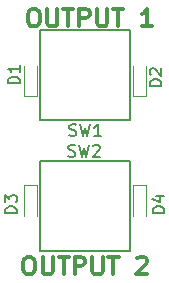
<source format=gbr>
G04 #@! TF.GenerationSoftware,KiCad,Pcbnew,(5.1.4-0-10_14)*
G04 #@! TF.CreationDate,2019-11-01T09:08:41+01:00*
G04 #@! TF.ProjectId,MasterModePushbutton,4d617374-6572-44d6-9f64-655075736862,rev?*
G04 #@! TF.SameCoordinates,Original*
G04 #@! TF.FileFunction,Legend,Top*
G04 #@! TF.FilePolarity,Positive*
%FSLAX46Y46*%
G04 Gerber Fmt 4.6, Leading zero omitted, Abs format (unit mm)*
G04 Created by KiCad (PCBNEW (5.1.4-0-10_14)) date 2019-11-01 09:08:41*
%MOMM*%
%LPD*%
G04 APERTURE LIST*
%ADD10C,0.300000*%
%ADD11C,0.120000*%
%ADD12C,0.150000*%
G04 APERTURE END LIST*
D10*
X130353622Y-104676051D02*
X130639337Y-104676051D01*
X130782194Y-104747480D01*
X130925051Y-104890337D01*
X130996480Y-105176051D01*
X130996480Y-105676051D01*
X130925051Y-105961765D01*
X130782194Y-106104622D01*
X130639337Y-106176051D01*
X130353622Y-106176051D01*
X130210765Y-106104622D01*
X130067908Y-105961765D01*
X129996480Y-105676051D01*
X129996480Y-105176051D01*
X130067908Y-104890337D01*
X130210765Y-104747480D01*
X130353622Y-104676051D01*
X131639337Y-104676051D02*
X131639337Y-105890337D01*
X131710765Y-106033194D01*
X131782194Y-106104622D01*
X131925051Y-106176051D01*
X132210765Y-106176051D01*
X132353622Y-106104622D01*
X132425051Y-106033194D01*
X132496480Y-105890337D01*
X132496480Y-104676051D01*
X132996480Y-104676051D02*
X133853622Y-104676051D01*
X133425051Y-106176051D02*
X133425051Y-104676051D01*
X134353622Y-106176051D02*
X134353622Y-104676051D01*
X134925051Y-104676051D01*
X135067908Y-104747480D01*
X135139337Y-104818908D01*
X135210765Y-104961765D01*
X135210765Y-105176051D01*
X135139337Y-105318908D01*
X135067908Y-105390337D01*
X134925051Y-105461765D01*
X134353622Y-105461765D01*
X135853622Y-104676051D02*
X135853622Y-105890337D01*
X135925051Y-106033194D01*
X135996480Y-106104622D01*
X136139337Y-106176051D01*
X136425051Y-106176051D01*
X136567908Y-106104622D01*
X136639337Y-106033194D01*
X136710765Y-105890337D01*
X136710765Y-104676051D01*
X137210765Y-104676051D02*
X138067908Y-104676051D01*
X137639337Y-106176051D02*
X137639337Y-104676051D01*
X139639337Y-104818908D02*
X139710765Y-104747480D01*
X139853622Y-104676051D01*
X140210765Y-104676051D01*
X140353622Y-104747480D01*
X140425051Y-104818908D01*
X140496480Y-104961765D01*
X140496480Y-105104622D01*
X140425051Y-105318908D01*
X139567908Y-106176051D01*
X140496480Y-106176051D01*
X130753622Y-83676051D02*
X131039337Y-83676051D01*
X131182194Y-83747480D01*
X131325051Y-83890337D01*
X131396480Y-84176051D01*
X131396480Y-84676051D01*
X131325051Y-84961765D01*
X131182194Y-85104622D01*
X131039337Y-85176051D01*
X130753622Y-85176051D01*
X130610765Y-85104622D01*
X130467908Y-84961765D01*
X130396480Y-84676051D01*
X130396480Y-84176051D01*
X130467908Y-83890337D01*
X130610765Y-83747480D01*
X130753622Y-83676051D01*
X132039337Y-83676051D02*
X132039337Y-84890337D01*
X132110765Y-85033194D01*
X132182194Y-85104622D01*
X132325051Y-85176051D01*
X132610765Y-85176051D01*
X132753622Y-85104622D01*
X132825051Y-85033194D01*
X132896480Y-84890337D01*
X132896480Y-83676051D01*
X133396480Y-83676051D02*
X134253622Y-83676051D01*
X133825051Y-85176051D02*
X133825051Y-83676051D01*
X134753622Y-85176051D02*
X134753622Y-83676051D01*
X135325051Y-83676051D01*
X135467908Y-83747480D01*
X135539337Y-83818908D01*
X135610765Y-83961765D01*
X135610765Y-84176051D01*
X135539337Y-84318908D01*
X135467908Y-84390337D01*
X135325051Y-84461765D01*
X134753622Y-84461765D01*
X136253622Y-83676051D02*
X136253622Y-84890337D01*
X136325051Y-85033194D01*
X136396480Y-85104622D01*
X136539337Y-85176051D01*
X136825051Y-85176051D01*
X136967908Y-85104622D01*
X137039337Y-85033194D01*
X137110765Y-84890337D01*
X137110765Y-83676051D01*
X137610765Y-83676051D02*
X138467908Y-83676051D01*
X138039337Y-85176051D02*
X138039337Y-83676051D01*
X140896480Y-85176051D02*
X140039337Y-85176051D01*
X140467908Y-85176051D02*
X140467908Y-83676051D01*
X140325051Y-83890337D01*
X140182194Y-84033194D01*
X140039337Y-84104622D01*
D11*
X130046480Y-91087480D02*
X131146480Y-91087480D01*
X131146480Y-91087480D02*
X131146480Y-88487480D01*
X130046480Y-91087480D02*
X130046480Y-88487480D01*
X139296480Y-91087480D02*
X140396480Y-91087480D01*
X140396480Y-91087480D02*
X140396480Y-88487480D01*
X139296480Y-91087480D02*
X139296480Y-88487480D01*
X131146480Y-98597480D02*
X130046480Y-98597480D01*
X130046480Y-98597480D02*
X130046480Y-101197480D01*
X131146480Y-98597480D02*
X131146480Y-101197480D01*
X140396480Y-98597480D02*
X139296480Y-98597480D01*
X139296480Y-98597480D02*
X139296480Y-101197480D01*
X140396480Y-98597480D02*
X140396480Y-101197480D01*
D12*
X139026480Y-85477480D02*
X131406480Y-85477480D01*
X131406480Y-85477480D02*
X131406480Y-93097480D01*
X131406480Y-93097480D02*
X139026480Y-93097480D01*
X139026480Y-93097480D02*
X139026480Y-85477480D01*
X131406480Y-104207480D02*
X139026480Y-104207480D01*
X139026480Y-104207480D02*
X139026480Y-96587480D01*
X139026480Y-96587480D02*
X131406480Y-96587480D01*
X131406480Y-96587480D02*
X131406480Y-104207480D01*
X129698860Y-89985575D02*
X128698860Y-89985575D01*
X128698860Y-89747480D01*
X128746480Y-89604622D01*
X128841718Y-89509384D01*
X128936956Y-89461765D01*
X129127432Y-89414146D01*
X129270289Y-89414146D01*
X129460765Y-89461765D01*
X129556003Y-89509384D01*
X129651241Y-89604622D01*
X129698860Y-89747480D01*
X129698860Y-89985575D01*
X129698860Y-88461765D02*
X129698860Y-89033194D01*
X129698860Y-88747480D02*
X128698860Y-88747480D01*
X128841718Y-88842718D01*
X128936956Y-88937956D01*
X128984575Y-89033194D01*
X141698860Y-90235575D02*
X140698860Y-90235575D01*
X140698860Y-89997480D01*
X140746480Y-89854622D01*
X140841718Y-89759384D01*
X140936956Y-89711765D01*
X141127432Y-89664146D01*
X141270289Y-89664146D01*
X141460765Y-89711765D01*
X141556003Y-89759384D01*
X141651241Y-89854622D01*
X141698860Y-89997480D01*
X141698860Y-90235575D01*
X140794099Y-89283194D02*
X140746480Y-89235575D01*
X140698860Y-89140337D01*
X140698860Y-88902241D01*
X140746480Y-88807003D01*
X140794099Y-88759384D01*
X140889337Y-88711765D01*
X140984575Y-88711765D01*
X141127432Y-88759384D01*
X141698860Y-89330813D01*
X141698860Y-88711765D01*
X129448860Y-100985575D02*
X128448860Y-100985575D01*
X128448860Y-100747480D01*
X128496480Y-100604622D01*
X128591718Y-100509384D01*
X128686956Y-100461765D01*
X128877432Y-100414146D01*
X129020289Y-100414146D01*
X129210765Y-100461765D01*
X129306003Y-100509384D01*
X129401241Y-100604622D01*
X129448860Y-100747480D01*
X129448860Y-100985575D01*
X128448860Y-100080813D02*
X128448860Y-99461765D01*
X128829813Y-99795099D01*
X128829813Y-99652241D01*
X128877432Y-99557003D01*
X128925051Y-99509384D01*
X129020289Y-99461765D01*
X129258384Y-99461765D01*
X129353622Y-99509384D01*
X129401241Y-99557003D01*
X129448860Y-99652241D01*
X129448860Y-99937956D01*
X129401241Y-100033194D01*
X129353622Y-100080813D01*
X141948860Y-100985575D02*
X140948860Y-100985575D01*
X140948860Y-100747480D01*
X140996480Y-100604622D01*
X141091718Y-100509384D01*
X141186956Y-100461765D01*
X141377432Y-100414146D01*
X141520289Y-100414146D01*
X141710765Y-100461765D01*
X141806003Y-100509384D01*
X141901241Y-100604622D01*
X141948860Y-100747480D01*
X141948860Y-100985575D01*
X141282194Y-99557003D02*
X141948860Y-99557003D01*
X140901241Y-99795099D02*
X141615527Y-100033194D01*
X141615527Y-99414146D01*
X133913146Y-94402241D02*
X134056003Y-94449860D01*
X134294099Y-94449860D01*
X134389337Y-94402241D01*
X134436956Y-94354622D01*
X134484575Y-94259384D01*
X134484575Y-94164146D01*
X134436956Y-94068908D01*
X134389337Y-94021289D01*
X134294099Y-93973670D01*
X134103622Y-93926051D01*
X134008384Y-93878432D01*
X133960765Y-93830813D01*
X133913146Y-93735575D01*
X133913146Y-93640337D01*
X133960765Y-93545099D01*
X134008384Y-93497480D01*
X134103622Y-93449860D01*
X134341718Y-93449860D01*
X134484575Y-93497480D01*
X134817908Y-93449860D02*
X135056003Y-94449860D01*
X135246480Y-93735575D01*
X135436956Y-94449860D01*
X135675051Y-93449860D01*
X136579813Y-94449860D02*
X136008384Y-94449860D01*
X136294099Y-94449860D02*
X136294099Y-93449860D01*
X136198860Y-93592718D01*
X136103622Y-93687956D01*
X136008384Y-93735575D01*
X133827146Y-96152241D02*
X133970003Y-96199860D01*
X134208099Y-96199860D01*
X134303337Y-96152241D01*
X134350956Y-96104622D01*
X134398575Y-96009384D01*
X134398575Y-95914146D01*
X134350956Y-95818908D01*
X134303337Y-95771289D01*
X134208099Y-95723670D01*
X134017622Y-95676051D01*
X133922384Y-95628432D01*
X133874765Y-95580813D01*
X133827146Y-95485575D01*
X133827146Y-95390337D01*
X133874765Y-95295099D01*
X133922384Y-95247480D01*
X134017622Y-95199860D01*
X134255718Y-95199860D01*
X134398575Y-95247480D01*
X134731908Y-95199860D02*
X134970003Y-96199860D01*
X135160480Y-95485575D01*
X135350956Y-96199860D01*
X135589051Y-95199860D01*
X135922384Y-95295099D02*
X135970003Y-95247480D01*
X136065241Y-95199860D01*
X136303337Y-95199860D01*
X136398575Y-95247480D01*
X136446194Y-95295099D01*
X136493813Y-95390337D01*
X136493813Y-95485575D01*
X136446194Y-95628432D01*
X135874765Y-96199860D01*
X136493813Y-96199860D01*
M02*

</source>
